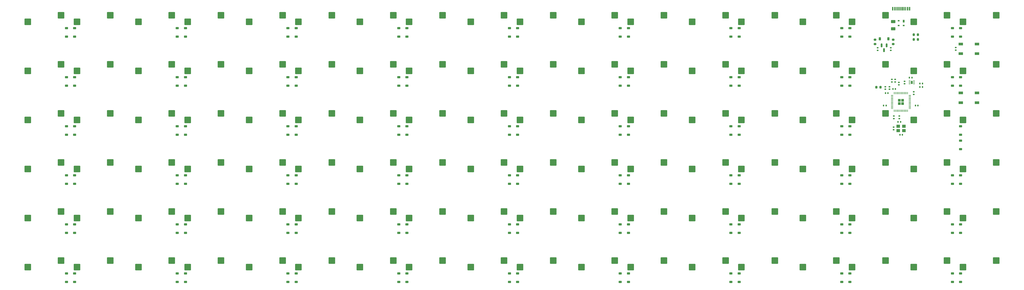
<source format=gbp>
%TF.GenerationSoftware,KiCad,Pcbnew,7.0.7*%
%TF.CreationDate,2023-09-25T11:45:10+09:00*%
%TF.ProjectId,Duet-Switch-Tester,44756574-2d53-4776-9974-63682d546573,rev?*%
%TF.SameCoordinates,Original*%
%TF.FileFunction,Paste,Bot*%
%TF.FilePolarity,Positive*%
%FSLAX46Y46*%
G04 Gerber Fmt 4.6, Leading zero omitted, Abs format (unit mm)*
G04 Created by KiCad (PCBNEW 7.0.7) date 2023-09-25 11:45:10*
%MOMM*%
%LPD*%
G01*
G04 APERTURE LIST*
G04 Aperture macros list*
%AMRoundRect*
0 Rectangle with rounded corners*
0 $1 Rounding radius*
0 $2 $3 $4 $5 $6 $7 $8 $9 X,Y pos of 4 corners*
0 Add a 4 corners polygon primitive as box body*
4,1,4,$2,$3,$4,$5,$6,$7,$8,$9,$2,$3,0*
0 Add four circle primitives for the rounded corners*
1,1,$1+$1,$2,$3*
1,1,$1+$1,$4,$5*
1,1,$1+$1,$6,$7*
1,1,$1+$1,$8,$9*
0 Add four rect primitives between the rounded corners*
20,1,$1+$1,$2,$3,$4,$5,0*
20,1,$1+$1,$4,$5,$6,$7,0*
20,1,$1+$1,$6,$7,$8,$9,0*
20,1,$1+$1,$8,$9,$2,$3,0*%
G04 Aperture macros list end*
%ADD10RoundRect,0.200000X-1.075000X-1.050000X1.075000X-1.050000X1.075000X1.050000X-1.075000X1.050000X0*%
%ADD11RoundRect,0.150300X0.449700X-0.299700X0.449700X0.299700X-0.449700X0.299700X-0.449700X-0.299700X0*%
%ADD12RoundRect,0.135000X0.135000X0.185000X-0.135000X0.185000X-0.135000X-0.185000X0.135000X-0.185000X0*%
%ADD13RoundRect,0.050000X-0.250000X0.550000X-0.250000X-0.550000X0.250000X-0.550000X0.250000X0.550000X0*%
%ADD14RoundRect,0.050000X0.250000X0.050000X-0.250000X0.050000X-0.250000X-0.050000X0.250000X-0.050000X0*%
%ADD15RoundRect,0.140000X0.140000X0.170000X-0.140000X0.170000X-0.140000X-0.170000X0.140000X-0.170000X0*%
%ADD16RoundRect,0.225000X0.225000X0.250000X-0.225000X0.250000X-0.225000X-0.250000X0.225000X-0.250000X0*%
%ADD17RoundRect,0.250000X0.292217X0.292217X-0.292217X0.292217X-0.292217X-0.292217X0.292217X-0.292217X0*%
%ADD18RoundRect,0.050000X0.387500X0.050000X-0.387500X0.050000X-0.387500X-0.050000X0.387500X-0.050000X0*%
%ADD19RoundRect,0.050000X0.050000X0.387500X-0.050000X0.387500X-0.050000X-0.387500X0.050000X-0.387500X0*%
%ADD20RoundRect,0.140000X-0.170000X0.140000X-0.170000X-0.140000X0.170000X-0.140000X0.170000X0.140000X0*%
%ADD21RoundRect,0.140000X0.170000X-0.140000X0.170000X0.140000X-0.170000X0.140000X-0.170000X-0.140000X0*%
%ADD22RoundRect,0.200000X0.200000X0.275000X-0.200000X0.275000X-0.200000X-0.275000X0.200000X-0.275000X0*%
%ADD23RoundRect,0.140000X-0.140000X-0.170000X0.140000X-0.170000X0.140000X0.170000X-0.140000X0.170000X0*%
%ADD24RoundRect,0.200000X-0.275000X0.200000X-0.275000X-0.200000X0.275000X-0.200000X0.275000X0.200000X0*%
%ADD25RoundRect,0.135000X-0.185000X0.135000X-0.185000X-0.135000X0.185000X-0.135000X0.185000X0.135000X0*%
%ADD26R,1.700000X1.000000*%
%ADD27RoundRect,0.135000X0.185000X-0.135000X0.185000X0.135000X-0.185000X0.135000X-0.185000X-0.135000X0*%
%ADD28RoundRect,0.150000X-0.150000X0.587500X-0.150000X-0.587500X0.150000X-0.587500X0.150000X0.587500X0*%
%ADD29R,1.400000X1.200000*%
%ADD30RoundRect,0.225000X-0.225000X-0.375000X0.225000X-0.375000X0.225000X0.375000X-0.225000X0.375000X0*%
%ADD31RoundRect,0.250000X0.625000X-0.375000X0.625000X0.375000X-0.625000X0.375000X-0.625000X-0.375000X0*%
%ADD32R,0.700000X1.000000*%
%ADD33R,0.700000X0.600000*%
%ADD34RoundRect,0.135000X-0.135000X-0.185000X0.135000X-0.185000X0.135000X0.185000X-0.135000X0.185000X0*%
%ADD35R,0.600000X1.450000*%
%ADD36R,0.300000X1.450000*%
%ADD37RoundRect,0.200000X0.275000X-0.200000X0.275000X0.200000X-0.275000X0.200000X-0.275000X-0.200000X0*%
G04 APERTURE END LIST*
D10*
X316765000Y-140335000D03*
X329692000Y-137795000D03*
X188177500Y-83185000D03*
X201104500Y-80645000D03*
X83402500Y-45085000D03*
X96329500Y-42545000D03*
X402490000Y-83185000D03*
X415417000Y-80645000D03*
X145315000Y-45085000D03*
X158242000Y-42545000D03*
X59590000Y-64135000D03*
X72517000Y-61595000D03*
X383440000Y-121285000D03*
X396367000Y-118745000D03*
X402490000Y-102235000D03*
X415417000Y-99695000D03*
X383440000Y-102235000D03*
X396367000Y-99695000D03*
X383440000Y-140335000D03*
X396367000Y-137795000D03*
X188177500Y-102235000D03*
X201104500Y-99695000D03*
X59590000Y-83185000D03*
X72517000Y-80645000D03*
X254852500Y-64135000D03*
X267779500Y-61595000D03*
X383440000Y-45085000D03*
X396367000Y-42545000D03*
X231040000Y-102235000D03*
X243967000Y-99695000D03*
X297715000Y-45085000D03*
X310642000Y-42545000D03*
X254852500Y-140335000D03*
X267779500Y-137795000D03*
X359627500Y-121285000D03*
X372554500Y-118745000D03*
X402490000Y-121285000D03*
X415417000Y-118745000D03*
X169127500Y-121285000D03*
X182054500Y-118745000D03*
X188177500Y-45085000D03*
X201104500Y-42545000D03*
X231040000Y-140335000D03*
X243967000Y-137795000D03*
X340577500Y-45085000D03*
X353504500Y-42545000D03*
X188177500Y-64135000D03*
X201104500Y-61595000D03*
X169127500Y-83185000D03*
X182054500Y-80645000D03*
X83402500Y-121285000D03*
X96329500Y-118745000D03*
X359627500Y-83185000D03*
X372554500Y-80645000D03*
X102452500Y-45085000D03*
X115379500Y-42545000D03*
X340577500Y-64135000D03*
X353504500Y-61595000D03*
X340577500Y-83185000D03*
X353504500Y-80645000D03*
X273902500Y-140335000D03*
X286829500Y-137795000D03*
X297715000Y-140335000D03*
X310642000Y-137795000D03*
X126265000Y-102235000D03*
X139192000Y-99695000D03*
X145315000Y-64135000D03*
X158242000Y-61595000D03*
X126265000Y-121285000D03*
X139192000Y-118745000D03*
X340577500Y-140335000D03*
X353504500Y-137795000D03*
X102452500Y-102235000D03*
X115379500Y-99695000D03*
X297715000Y-102235000D03*
X310642000Y-99695000D03*
X126265000Y-64135000D03*
X139192000Y-61595000D03*
X297715000Y-83185000D03*
X310642000Y-80645000D03*
X340577500Y-121285000D03*
X353504500Y-118745000D03*
X316765000Y-102235000D03*
X329692000Y-99695000D03*
X145315000Y-121285000D03*
X158242000Y-118745000D03*
X273902500Y-83185000D03*
X286829500Y-80645000D03*
X297715000Y-64135000D03*
X310642000Y-61595000D03*
X102452500Y-121285000D03*
X115379500Y-118745000D03*
X273902500Y-102235000D03*
X286829500Y-99695000D03*
X359627500Y-102235000D03*
X372554500Y-99695000D03*
X402490000Y-45085000D03*
X415417000Y-42545000D03*
X359627500Y-45085000D03*
X372554500Y-42545000D03*
X59590000Y-45085000D03*
X72517000Y-42545000D03*
X83402500Y-83185000D03*
X96329500Y-80645000D03*
X316765000Y-121285000D03*
X329692000Y-118745000D03*
X59590000Y-121285000D03*
X72517000Y-118745000D03*
X402490000Y-64135000D03*
X415417000Y-61595000D03*
X254852500Y-83185000D03*
X267779500Y-80645000D03*
X211990000Y-45085000D03*
X224917000Y-42545000D03*
X254852500Y-102235000D03*
X267779500Y-99695000D03*
X145315000Y-83185000D03*
X158242000Y-80645000D03*
X126265000Y-83185000D03*
X139192000Y-80645000D03*
X211990000Y-140335000D03*
X224917000Y-137795000D03*
X59590000Y-140335000D03*
X72517000Y-137795000D03*
X59590000Y-102235000D03*
X72517000Y-99695000D03*
X126265000Y-140335000D03*
X139192000Y-137795000D03*
X169127500Y-102235000D03*
X182054500Y-99695000D03*
X340577500Y-102235000D03*
X353504500Y-99695000D03*
X383440000Y-64135000D03*
X396367000Y-61595000D03*
X126265000Y-45085000D03*
X139192000Y-42545000D03*
X169127500Y-45085000D03*
X182054500Y-42545000D03*
X102452500Y-64135000D03*
X115379500Y-61595000D03*
X211990000Y-121285000D03*
X224917000Y-118745000D03*
X40540000Y-140335000D03*
X53467000Y-137795000D03*
X231040000Y-121285000D03*
X243967000Y-118745000D03*
X145315000Y-140335000D03*
X158242000Y-137795000D03*
X169127500Y-64135000D03*
X182054500Y-61595000D03*
X359627500Y-140335000D03*
X372554500Y-137795000D03*
X83402500Y-102235000D03*
X96329500Y-99695000D03*
X231040000Y-45085000D03*
X243967000Y-42545000D03*
X40540000Y-45085000D03*
X53467000Y-42545000D03*
X297715000Y-121285000D03*
X310642000Y-118745000D03*
X273902500Y-45085000D03*
X286829500Y-42545000D03*
X273902500Y-64135000D03*
X286829500Y-61595000D03*
X40540000Y-64135000D03*
X53467000Y-61595000D03*
X102452500Y-140335000D03*
X115379500Y-137795000D03*
X40540000Y-83185000D03*
X53467000Y-80645000D03*
X40540000Y-121285000D03*
X53467000Y-118745000D03*
X83402500Y-64135000D03*
X96329500Y-61595000D03*
X145315000Y-102235000D03*
X158242000Y-99695000D03*
X316765000Y-83185000D03*
X329692000Y-80645000D03*
X211990000Y-64135000D03*
X224917000Y-61595000D03*
X211990000Y-102235000D03*
X224917000Y-99695000D03*
X83402500Y-140335000D03*
X96329500Y-137795000D03*
X316765000Y-45085000D03*
X329692000Y-42545000D03*
X188177500Y-121285000D03*
X201104500Y-118745000D03*
X359627500Y-64135000D03*
X372554500Y-61595000D03*
X383440000Y-83185000D03*
X396367000Y-80645000D03*
X254852500Y-121285000D03*
X267779500Y-118745000D03*
X254852500Y-45085000D03*
X267779500Y-42545000D03*
X316765000Y-64135000D03*
X329692000Y-61595000D03*
X231040000Y-83185000D03*
X243967000Y-80645000D03*
X231040000Y-64135000D03*
X243967000Y-61595000D03*
X211990000Y-83185000D03*
X224917000Y-80645000D03*
X169127500Y-140335000D03*
X182054500Y-137795000D03*
X188177500Y-140335000D03*
X201104500Y-137795000D03*
X40540000Y-102235000D03*
X53467000Y-99695000D03*
X273902500Y-121285000D03*
X286829500Y-118745000D03*
X402490000Y-140335000D03*
X415417000Y-137795000D03*
X102452500Y-83185000D03*
X115379500Y-80645000D03*
D11*
X312737500Y-88962500D03*
X312737500Y-85662500D03*
X355600000Y-146112500D03*
X355600000Y-142812500D03*
X141287500Y-108012500D03*
X141287500Y-104712500D03*
X315912500Y-108012500D03*
X315912500Y-104712500D03*
X58737500Y-108012500D03*
X58737500Y-104712500D03*
X187325000Y-146112500D03*
X187325000Y-142812500D03*
D12*
X386910000Y-69100000D03*
X385890000Y-69100000D03*
D11*
X55562500Y-127062500D03*
X55562500Y-123762500D03*
X312737500Y-127062500D03*
X312737500Y-123762500D03*
X187325000Y-108012500D03*
X187325000Y-104712500D03*
X355600000Y-108012500D03*
X355600000Y-104712500D03*
X98425000Y-108012500D03*
X98425000Y-104712500D03*
D13*
X382700000Y-68600000D03*
D14*
X383550000Y-68000000D03*
X383550000Y-68400000D03*
X383550000Y-68800000D03*
X383550000Y-69200000D03*
X381850000Y-69200000D03*
X381850000Y-68800000D03*
X381850000Y-68400000D03*
X381850000Y-68000000D03*
D11*
X358775000Y-69912500D03*
X358775000Y-66612500D03*
X230187500Y-108012500D03*
X230187500Y-104712500D03*
X230187500Y-127062500D03*
X230187500Y-123762500D03*
D15*
X376380000Y-71200000D03*
X375420000Y-71200000D03*
D11*
X269875000Y-88962500D03*
X269875000Y-85662500D03*
X312737500Y-146112500D03*
X312737500Y-142812500D03*
X355600000Y-88962500D03*
X355600000Y-85662500D03*
X144462500Y-108012500D03*
X144462500Y-104712500D03*
D15*
X372780000Y-77600000D03*
X371820000Y-77600000D03*
D11*
X315912500Y-50862500D03*
X315912500Y-47562500D03*
D16*
X370575000Y-70500000D03*
X369025000Y-70500000D03*
D11*
X227012500Y-50862500D03*
X227012500Y-47562500D03*
D17*
X379137500Y-76837500D03*
X379137500Y-75562500D03*
X377862500Y-76837500D03*
X377862500Y-75562500D03*
D18*
X381937500Y-73600000D03*
X381937500Y-74000000D03*
X381937500Y-74400000D03*
X381937500Y-74800000D03*
X381937500Y-75200000D03*
X381937500Y-75600000D03*
X381937500Y-76000000D03*
X381937500Y-76400000D03*
X381937500Y-76800000D03*
X381937500Y-77200000D03*
X381937500Y-77600000D03*
X381937500Y-78000000D03*
X381937500Y-78400000D03*
X381937500Y-78800000D03*
D19*
X381100000Y-79637500D03*
X380700000Y-79637500D03*
X380300000Y-79637500D03*
X379900000Y-79637500D03*
X379500000Y-79637500D03*
X379100000Y-79637500D03*
X378700000Y-79637500D03*
X378300000Y-79637500D03*
X377900000Y-79637500D03*
X377500000Y-79637500D03*
X377100000Y-79637500D03*
X376700000Y-79637500D03*
X376300000Y-79637500D03*
X375900000Y-79637500D03*
D18*
X375062500Y-78800000D03*
X375062500Y-78400000D03*
X375062500Y-78000000D03*
X375062500Y-77600000D03*
X375062500Y-77200000D03*
X375062500Y-76800000D03*
X375062500Y-76400000D03*
X375062500Y-76000000D03*
X375062500Y-75600000D03*
X375062500Y-75200000D03*
X375062500Y-74800000D03*
X375062500Y-74400000D03*
X375062500Y-74000000D03*
X375062500Y-73600000D03*
D19*
X375900000Y-72762500D03*
X376300000Y-72762500D03*
X376700000Y-72762500D03*
X377100000Y-72762500D03*
X377500000Y-72762500D03*
X377900000Y-72762500D03*
X378300000Y-72762500D03*
X378700000Y-72762500D03*
X379100000Y-72762500D03*
X379500000Y-72762500D03*
X379900000Y-72762500D03*
X380300000Y-72762500D03*
X380700000Y-72762500D03*
X381100000Y-72762500D03*
D11*
X141287500Y-69912500D03*
X141287500Y-66612500D03*
X98425000Y-146112500D03*
X98425000Y-142812500D03*
X273050000Y-69912500D03*
X273050000Y-66612500D03*
D12*
X386910000Y-70400000D03*
X385890000Y-70400000D03*
D20*
X375800000Y-81720000D03*
X375800000Y-82680000D03*
D21*
X372500000Y-71280000D03*
X372500000Y-70320000D03*
D11*
X230187500Y-69912500D03*
X230187500Y-66612500D03*
D21*
X379900000Y-69180000D03*
X379900000Y-68220000D03*
D20*
X375700000Y-86020000D03*
X375700000Y-86980000D03*
D11*
X227012500Y-127062500D03*
X227012500Y-123762500D03*
D22*
X385125000Y-52000000D03*
X383475000Y-52000000D03*
D11*
X55562500Y-88962500D03*
X55562500Y-85662500D03*
X273050000Y-50862500D03*
X273050000Y-47562500D03*
D23*
X378120000Y-89000000D03*
X379080000Y-89000000D03*
D11*
X358775000Y-88962500D03*
X358775000Y-85662500D03*
X101600000Y-108012500D03*
X101600000Y-104712500D03*
X401637500Y-50862500D03*
X401637500Y-47562500D03*
X141287500Y-88962500D03*
X141287500Y-85662500D03*
X398462500Y-50862500D03*
X398462500Y-47562500D03*
X401637500Y-127062500D03*
X401637500Y-123762500D03*
D24*
X375500000Y-52075000D03*
X375500000Y-53725000D03*
D11*
X273050000Y-127062500D03*
X273050000Y-123762500D03*
X230187500Y-146112500D03*
X230187500Y-142812500D03*
X315912500Y-127062500D03*
X315912500Y-123762500D03*
X184150000Y-50862500D03*
X184150000Y-47562500D03*
X312737500Y-108012500D03*
X312737500Y-104712500D03*
X401637500Y-88962500D03*
X401637500Y-85662500D03*
X144462500Y-127062500D03*
X144462500Y-123762500D03*
X101600000Y-127062500D03*
X101600000Y-123762500D03*
X273050000Y-88962500D03*
X273050000Y-85662500D03*
X187325000Y-127062500D03*
X187325000Y-123762500D03*
D21*
X369500000Y-56180000D03*
X369500000Y-55220000D03*
D11*
X401637500Y-69912500D03*
X401637500Y-66612500D03*
X401637500Y-108012500D03*
X401637500Y-104712500D03*
X398462500Y-146112500D03*
X398462500Y-142812500D03*
D25*
X375000000Y-67490000D03*
X375000000Y-68510000D03*
D11*
X98425000Y-88962500D03*
X98425000Y-85662500D03*
X355600000Y-127062500D03*
X355600000Y-123762500D03*
X144462500Y-146112500D03*
X144462500Y-142812500D03*
D26*
X401662500Y-76512500D03*
X407962500Y-76512500D03*
X401662500Y-72712500D03*
X407962500Y-72712500D03*
D11*
X101600000Y-69912500D03*
X101600000Y-66612500D03*
X358775000Y-108012500D03*
X358775000Y-104712500D03*
D21*
X374100000Y-71280000D03*
X374100000Y-70320000D03*
D20*
X374600000Y-55220000D03*
X374600000Y-56180000D03*
D27*
X376300000Y-68510000D03*
X376300000Y-67490000D03*
D11*
X269875000Y-127062500D03*
X269875000Y-123762500D03*
X184150000Y-88962500D03*
X184150000Y-85662500D03*
X398462500Y-127062500D03*
X398462500Y-123762500D03*
X269875000Y-108012500D03*
X269875000Y-104712500D03*
X98425000Y-50862500D03*
X98425000Y-47562500D03*
D20*
X377900000Y-81720000D03*
X377900000Y-82680000D03*
D11*
X401637500Y-94518750D03*
X401637500Y-91218750D03*
X58737500Y-69912500D03*
X58737500Y-66612500D03*
X227012500Y-69912500D03*
X227012500Y-66612500D03*
D22*
X385125000Y-50100000D03*
X383475000Y-50100000D03*
D26*
X407962500Y-53700000D03*
X401662500Y-53700000D03*
X407962500Y-57500000D03*
X401662500Y-57500000D03*
D15*
X373480000Y-72800000D03*
X372520000Y-72800000D03*
D11*
X55562500Y-108012500D03*
X55562500Y-104712500D03*
X141287500Y-146112500D03*
X141287500Y-142812500D03*
X315912500Y-146112500D03*
X315912500Y-142812500D03*
X187325000Y-69912500D03*
X187325000Y-66612500D03*
X184150000Y-127062500D03*
X184150000Y-123762500D03*
X398462500Y-108012500D03*
X398462500Y-104712500D03*
X358775000Y-127062500D03*
X358775000Y-123762500D03*
D28*
X371050000Y-54262500D03*
X372950000Y-54262500D03*
X372000000Y-56137500D03*
D11*
X187325000Y-88962500D03*
X187325000Y-85662500D03*
X58737500Y-146112500D03*
X58737500Y-142812500D03*
X269875000Y-69912500D03*
X269875000Y-66612500D03*
D29*
X379700000Y-87350000D03*
X377500000Y-87350000D03*
X377500000Y-85650000D03*
X379700000Y-85650000D03*
D11*
X184150000Y-108012500D03*
X184150000Y-104712500D03*
D30*
X370350000Y-51700000D03*
X373650000Y-51700000D03*
D11*
X184150000Y-146112500D03*
X184150000Y-142812500D03*
X55562500Y-50862500D03*
X55562500Y-47562500D03*
X315912500Y-69912500D03*
X315912500Y-66612500D03*
X355600000Y-50862500D03*
X355600000Y-47562500D03*
X101600000Y-88962500D03*
X101600000Y-85662500D03*
X101600000Y-50862500D03*
X101600000Y-47562500D03*
D23*
X381820000Y-66800000D03*
X382780000Y-66800000D03*
D11*
X141287500Y-127062500D03*
X141287500Y-123762500D03*
D21*
X377700000Y-69580000D03*
X377700000Y-68620000D03*
D11*
X58737500Y-88962500D03*
X58737500Y-85662500D03*
X55562500Y-146112500D03*
X55562500Y-142812500D03*
X230187500Y-50862500D03*
X230187500Y-47562500D03*
D23*
X384120000Y-77600000D03*
X385080000Y-77600000D03*
D11*
X312737500Y-69912500D03*
X312737500Y-66612500D03*
X187325000Y-50862500D03*
X187325000Y-47562500D03*
X398462500Y-69912500D03*
X398462500Y-66612500D03*
X144462500Y-69912500D03*
X144462500Y-66612500D03*
X312737500Y-50862500D03*
X312737500Y-47562500D03*
X355600000Y-69912500D03*
X355600000Y-66612500D03*
X55562500Y-69912500D03*
X55562500Y-66612500D03*
X227012500Y-108012500D03*
X227012500Y-104712500D03*
D31*
X375500000Y-47800000D03*
X375500000Y-45000000D03*
D11*
X230187500Y-88962500D03*
X230187500Y-85662500D03*
X315912500Y-88962500D03*
X315912500Y-85662500D03*
X358775000Y-146112500D03*
X358775000Y-142812500D03*
D32*
X379600000Y-44850000D03*
D33*
X379600000Y-46550000D03*
X377600000Y-46550000D03*
X377600000Y-44650000D03*
D11*
X98425000Y-69912500D03*
X98425000Y-66612500D03*
X269875000Y-50862500D03*
X269875000Y-47562500D03*
X358775000Y-50862500D03*
X358775000Y-47562500D03*
D34*
X377390000Y-84000000D03*
X378410000Y-84000000D03*
D11*
X273050000Y-108012500D03*
X273050000Y-104712500D03*
X58737500Y-50862500D03*
X58737500Y-47562500D03*
X184150000Y-69912500D03*
X184150000Y-66612500D03*
X401637500Y-146112500D03*
X401637500Y-142812500D03*
X273050000Y-146112500D03*
X273050000Y-142812500D03*
X144462500Y-88962500D03*
X144462500Y-85662500D03*
D27*
X399712500Y-56110000D03*
X399712500Y-55090000D03*
D21*
X383500000Y-73280000D03*
X383500000Y-72320000D03*
D11*
X144462500Y-50862500D03*
X144462500Y-47562500D03*
X227012500Y-88962500D03*
X227012500Y-85662500D03*
X269875000Y-146112500D03*
X269875000Y-142812500D03*
X141287500Y-50862500D03*
X141287500Y-47562500D03*
X58737500Y-127062500D03*
X58737500Y-123762500D03*
X101600000Y-146112500D03*
X101600000Y-142812500D03*
D35*
X375393750Y-40045000D03*
X376168750Y-40045000D03*
D36*
X376868750Y-40045000D03*
X377368750Y-40045000D03*
X377868750Y-40045000D03*
X378368750Y-40045000D03*
X378868750Y-40045000D03*
X379368750Y-40045000D03*
X379868750Y-40045000D03*
X380368750Y-40045000D03*
D35*
X381068750Y-40045000D03*
X381843750Y-40045000D03*
D37*
X368500000Y-53725000D03*
X368500000Y-52075000D03*
D11*
X227012500Y-146112500D03*
X227012500Y-142812500D03*
X98425000Y-127062500D03*
X98425000Y-123762500D03*
M02*

</source>
